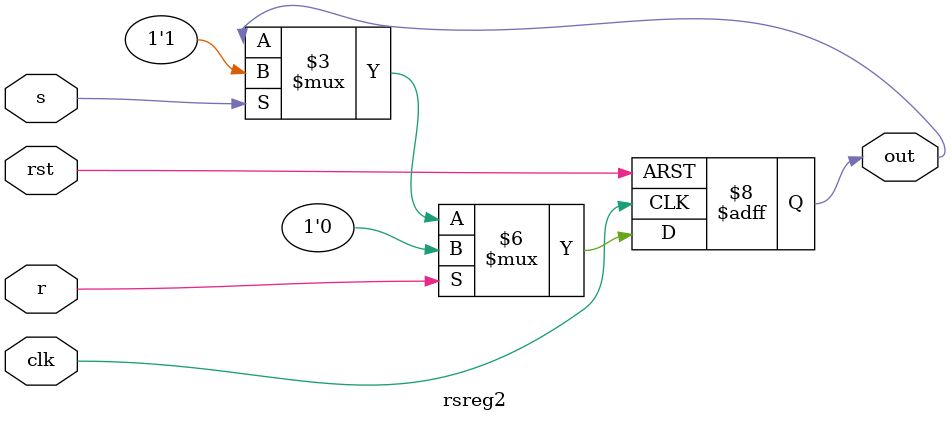
<source format=v>
module faccel
(input clk, rst, we, input [1:0] a, input [3:0] d, output [31:0] out);

    wire we1, we2, go, gopulse, done, status;
    wire [1:0] rdsel;
    wire [3:0] n;
    wire [31:0] nf, nfsig;
    
    assign gopulse = we & d[0];

    adecoder        AD (we, a, we1, we2, rdsel);
    register  #(4)  N  (clk, rst, we1, d, n);
    register  #(1)  G  (clk, rst, we2, d[0], go);
    Factorial #(4)  F  (clk, rst, gopulse, n, done, nf);
    register  #(32) NF (clk, rst, done, nf, nfsig);
    rsreg2          S  (clk, rst, gopulse, done, status);
    mux4      #(32) M  ({27'b0, n}, {30'b0, go}, {30'b0, status}, nfsig, rdsel, out);

endmodule

module adecoder
(input we, input [1:0] a, output reg we1, we2, output [1:0] rdsel);

    assign rdsel = a;

    always @ (we, a)
    begin
        case ({we, a})
            3'b100: begin we1 = 1; we2 = 0; end
            3'b101: begin we1 = 0; we2 = 1; end
            default: begin we1 = 0; we2 = 0; end
        endcase
    end

endmodule

module rsreg2
(input clk, rst, r, s, output reg out);

    always @ (posedge clk, posedge rst)
    begin
        if (rst) out <= 0;
        else if (r) out <= 0;
        else if (s) out <= 1;
        else out <= out;
    end

endmodule

</source>
